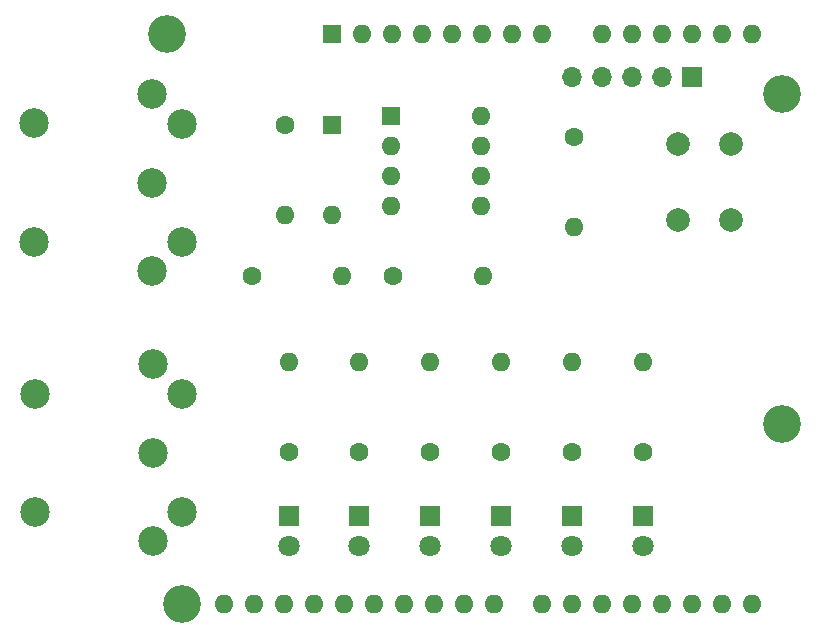
<source format=gbr>
%TF.GenerationSoftware,KiCad,Pcbnew,7.0.1*%
%TF.CreationDate,2023-08-15T23:23:37+02:00*%
%TF.ProjectId,Shielduinoboy,53686965-6c64-4756-996e-6f626f792e6b,rev?*%
%TF.SameCoordinates,Original*%
%TF.FileFunction,Soldermask,Bot*%
%TF.FilePolarity,Negative*%
%FSLAX46Y46*%
G04 Gerber Fmt 4.6, Leading zero omitted, Abs format (unit mm)*
G04 Created by KiCad (PCBNEW 7.0.1) date 2023-08-15 23:23:37*
%MOMM*%
%LPD*%
G01*
G04 APERTURE LIST*
%ADD10C,1.600000*%
%ADD11O,1.600000X1.600000*%
%ADD12R,1.700000X1.700000*%
%ADD13O,1.700000X1.700000*%
%ADD14R,1.800000X1.800000*%
%ADD15C,1.800000*%
%ADD16C,3.200000*%
%ADD17R,1.600000X1.600000*%
%ADD18C,2.499360*%
%ADD19C,2.000000*%
G04 APERTURE END LIST*
D10*
%TO.C,R4*%
X160197800Y-91109800D03*
D11*
X160197800Y-98729800D03*
%TD*%
D12*
%TO.C,J3*%
X170120000Y-86000000D03*
D13*
X167580000Y-86000000D03*
X165040000Y-86000000D03*
X162500000Y-86000000D03*
X159960000Y-86000000D03*
%TD*%
D10*
%TO.C,R8*%
X148000000Y-117810000D03*
D11*
X148000000Y-110190000D03*
%TD*%
D14*
%TO.C,D6*%
X142000000Y-123190000D03*
D15*
X142000000Y-125730000D03*
%TD*%
D14*
%TO.C,D4*%
X154000000Y-123190000D03*
D15*
X154000000Y-125730000D03*
%TD*%
D14*
%TO.C,D2*%
X166000000Y-123190000D03*
D15*
X166000000Y-125730000D03*
%TD*%
D14*
%TO.C,D3*%
X160000000Y-123190000D03*
D15*
X160000000Y-125730000D03*
%TD*%
D16*
%TO.C,A1*%
X125746800Y-82385080D03*
X127016800Y-130645080D03*
X177816800Y-87465080D03*
X177816800Y-115405080D03*
D17*
X139716800Y-82385080D03*
D11*
X142256800Y-82385080D03*
X144796800Y-82385080D03*
X147336800Y-82385080D03*
X149876800Y-82385080D03*
X152416800Y-82385080D03*
X154956800Y-82385080D03*
X157496800Y-82385080D03*
X162576800Y-82385080D03*
X165116800Y-82385080D03*
X167656800Y-82385080D03*
X170196800Y-82385080D03*
X172736800Y-82385080D03*
X175276800Y-82385080D03*
X175276800Y-130645080D03*
X172736800Y-130645080D03*
X170196800Y-130645080D03*
X167656800Y-130645080D03*
X165116800Y-130645080D03*
X162576800Y-130645080D03*
X160036800Y-130645080D03*
X157496800Y-130645080D03*
X153436800Y-130645080D03*
X150896800Y-130645080D03*
X148356800Y-130645080D03*
X145816800Y-130645080D03*
X143276800Y-130645080D03*
X140736800Y-130645080D03*
X138196800Y-130645080D03*
X135656800Y-130645080D03*
X133116800Y-130645080D03*
X130576800Y-130645080D03*
%TD*%
D14*
%TO.C,D5*%
X148000000Y-123190000D03*
D15*
X148000000Y-125730000D03*
%TD*%
D17*
%TO.C,U1*%
X144676800Y-89345080D03*
D11*
X144676800Y-91885080D03*
X144676800Y-94425080D03*
X144676800Y-96965080D03*
X152296800Y-96965080D03*
X152296800Y-94425080D03*
X152296800Y-91885080D03*
X152296800Y-89345080D03*
%TD*%
D10*
%TO.C,R7*%
X154000000Y-117810000D03*
D11*
X154000000Y-110190000D03*
%TD*%
D10*
%TO.C,R6*%
X160000000Y-117810000D03*
D11*
X160000000Y-110190000D03*
%TD*%
D10*
%TO.C,R2*%
X144866800Y-102885080D03*
D11*
X152486800Y-102885080D03*
%TD*%
D10*
%TO.C,R3*%
X132866800Y-102885080D03*
D11*
X140486800Y-102885080D03*
%TD*%
D17*
%TO.C,D1*%
X139676800Y-90075080D03*
D11*
X139676800Y-97695080D03*
%TD*%
D10*
%TO.C,R5*%
X166000000Y-117810000D03*
D11*
X166000000Y-110190000D03*
%TD*%
D18*
%TO.C,J2*%
X114474600Y-89969340D03*
X114474600Y-99971860D03*
X124469500Y-102468680D03*
X124472040Y-94970600D03*
X124469500Y-87472520D03*
X126971400Y-99966780D03*
X126971400Y-89974420D03*
%TD*%
D10*
%TO.C,R9*%
X142000000Y-117810000D03*
D11*
X142000000Y-110190000D03*
%TD*%
D19*
%TO.C,SW1*%
X173447800Y-91669800D03*
X173447800Y-98169800D03*
X168947800Y-91669800D03*
X168947800Y-98169800D03*
%TD*%
D10*
%TO.C,R1*%
X135676800Y-90075080D03*
D11*
X135676800Y-97695080D03*
%TD*%
D18*
%TO.C,J1*%
X114500000Y-112854740D03*
X114500000Y-122857260D03*
X124494900Y-125354080D03*
X124497440Y-117856000D03*
X124494900Y-110357920D03*
X126996800Y-122852180D03*
X126996800Y-112859820D03*
%TD*%
D14*
%TO.C,D7*%
X136000000Y-123190000D03*
D15*
X136000000Y-125730000D03*
%TD*%
D10*
%TO.C,R10*%
X136000000Y-117810000D03*
D11*
X136000000Y-110190000D03*
%TD*%
M02*

</source>
